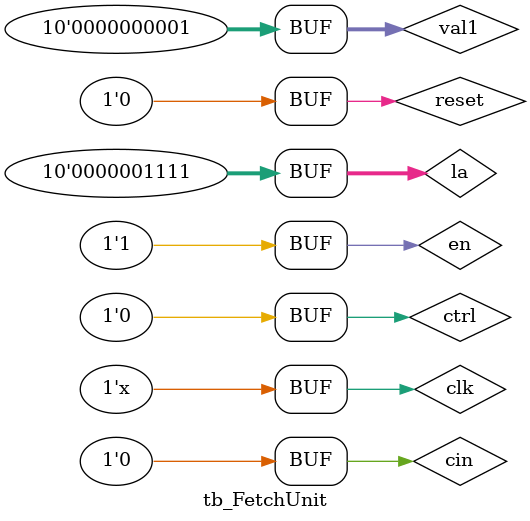
<source format=v>
module FetchUnit(
     output wire [9:0] dout,
     output wire cout,
     input wire clk, reset, en, ctrl, cin,
     input wire [9:0] la, val1);
     
     wire [9:0] inc_PC, PC;
     
     PC_reg PC_Reg(.dout(PC), .clk(clk), .reset(reset), .en(en), .din(dout));
     adder10 add1(.sum(inc_PC), .cout(cout), .A(PC),.B(val1),.cin(cin));
     
     mux2x1_10 PC_mux(.mout(dout), .A(inc_PC), .B(la), .SW(ctrl));
     
endmodule

module tb_FetchUnit ();
    wire [9:0] dout;
    wire cout;
    reg clk, reset, en, ctrl, cin;
    reg [9:0] la, val1;

 FetchUnit SUT(.dout(dout), .cout(cout), .clk(clk), .reset(reset), .en(en), .ctrl(ctrl), .cin(cin), .la(la), .val1(val1));

 parameter PERIOD = 10;

 initial clk = 1'b0; //clock starts on 0
 always #(PERIOD/2) clk = ~clk;

 initial begin
     reset = 1'b1; la = 4'b1111; val1 = 10'b1;                      #PERIOD;
     reset = 1'b0; ctrl =1'b0; en = 1'b1; cin=1'b0;                 #PERIOD;
                                                                    #PERIOD;
    ctrl = 1'b1;                                                    #PERIOD;
    ctrl=1'b0;                                                      #PERIOD;
                                                                    #PERIOD;
                                                                    #PERIOD;
 end
endmodule

</source>
